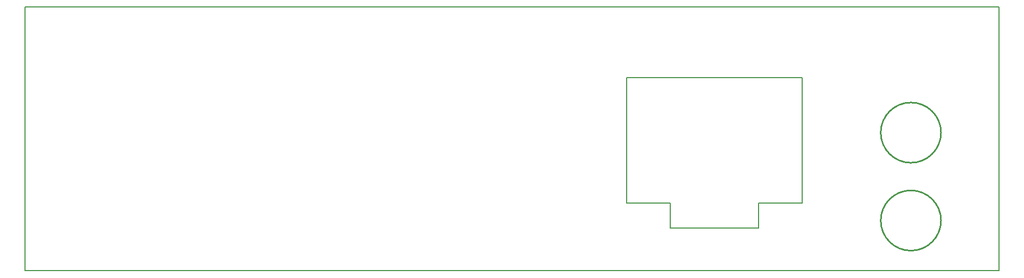
<source format=gtp>
%FSLAX25Y25*%
%MOIN*%
G70*
G01*
G75*
G04 Layer_Color=8421504*
%ADD10C,0.01000*%
%ADD11C,0.04000*%
%ADD12C,0.02000*%
%ADD13C,0.00787*%
%ADD14C,0.12992*%
%ADD15O,0.05600X0.06400*%
%ADD16R,0.05600X0.06400*%
%ADD17C,0.04000*%
%ADD18C,0.05600*%
%ADD19C,0.05000*%
%ADD20R,0.06299X0.05512*%
%ADD21R,0.06000X0.05000*%
%ADD22R,0.05000X0.05000*%
%ADD23R,0.05000X0.05000*%
%ADD24R,0.11811X0.05906*%
%ADD25R,0.15748X0.07874*%
%ADD26R,0.05906X0.01181*%
%ADD27R,0.05000X0.06000*%
%ADD28R,0.04921X0.05118*%
%ADD29C,0.06000*%
%ADD30C,0.01200*%
%ADD31C,0.01600*%
D10*
X574016Y31496D02*
G03*
X574016Y31496I-18898J0D01*
G01*
Y86614D02*
G03*
X574016Y86614I-18898J0D01*
G01*
D13*
X404449Y26654D02*
X459567D01*
Y42402D01*
X463504D01*
X487126D01*
Y121142D01*
X376890D02*
X487126D01*
X376890Y42402D02*
Y121142D01*
Y42402D02*
X404449D01*
Y26654D02*
Y42402D01*
X0Y0D02*
Y165354D01*
X610236D01*
Y0D02*
Y165354D01*
X0Y0D02*
X610236D01*
M02*

</source>
